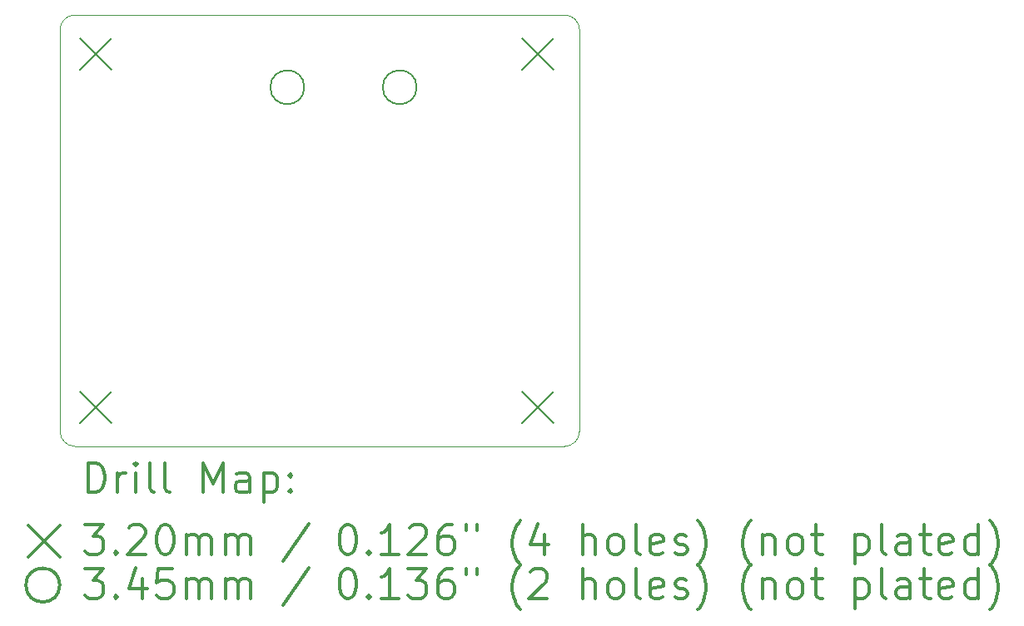
<source format=gbr>
%FSLAX45Y45*%
G04 Gerber Fmt 4.5, Leading zero omitted, Abs format (unit mm)*
G04 Created by KiCad (PCBNEW (5.1.4)-1) date 2021-10-25 09:37:41*
%MOMM*%
%LPD*%
G04 APERTURE LIST*
%ADD10C,0.050000*%
%ADD11C,0.200000*%
%ADD12C,0.300000*%
G04 APERTURE END LIST*
D10*
X8991600Y-9296400D02*
G75*
G02X8839200Y-9144000I0J152400D01*
G01*
X8839200Y-5054600D02*
G75*
G02X8991600Y-4902200I152400J0D01*
G01*
X13970000Y-4902200D02*
G75*
G02X14122400Y-5054600I0J-152400D01*
G01*
X14122400Y-9144000D02*
G75*
G02X13970000Y-9296400I-152400J0D01*
G01*
X8839200Y-9144000D02*
X8839200Y-5054600D01*
X13970000Y-9296400D02*
X8991600Y-9296400D01*
X14122400Y-5054600D02*
X14122400Y-9144000D01*
X8991600Y-4902200D02*
X13970000Y-4902200D01*
D11*
X13540000Y-5140000D02*
X13860000Y-5460000D01*
X13860000Y-5140000D02*
X13540000Y-5460000D01*
X13540000Y-8740000D02*
X13860000Y-9060000D01*
X13860000Y-8740000D02*
X13540000Y-9060000D01*
X9040000Y-8740000D02*
X9360000Y-9060000D01*
X9360000Y-8740000D02*
X9040000Y-9060000D01*
X9040000Y-5140000D02*
X9360000Y-5460000D01*
X9360000Y-5140000D02*
X9040000Y-5460000D01*
X11323100Y-5638800D02*
G75*
G03X11323100Y-5638800I-172500J0D01*
G01*
X12466100Y-5638800D02*
G75*
G03X12466100Y-5638800I-172500J0D01*
G01*
D12*
X9123128Y-9764614D02*
X9123128Y-9464614D01*
X9194557Y-9464614D01*
X9237414Y-9478900D01*
X9265986Y-9507472D01*
X9280271Y-9536043D01*
X9294557Y-9593186D01*
X9294557Y-9636043D01*
X9280271Y-9693186D01*
X9265986Y-9721757D01*
X9237414Y-9750329D01*
X9194557Y-9764614D01*
X9123128Y-9764614D01*
X9423128Y-9764614D02*
X9423128Y-9564614D01*
X9423128Y-9621757D02*
X9437414Y-9593186D01*
X9451700Y-9578900D01*
X9480271Y-9564614D01*
X9508843Y-9564614D01*
X9608843Y-9764614D02*
X9608843Y-9564614D01*
X9608843Y-9464614D02*
X9594557Y-9478900D01*
X9608843Y-9493186D01*
X9623128Y-9478900D01*
X9608843Y-9464614D01*
X9608843Y-9493186D01*
X9794557Y-9764614D02*
X9765986Y-9750329D01*
X9751700Y-9721757D01*
X9751700Y-9464614D01*
X9951700Y-9764614D02*
X9923128Y-9750329D01*
X9908843Y-9721757D01*
X9908843Y-9464614D01*
X10294557Y-9764614D02*
X10294557Y-9464614D01*
X10394557Y-9678900D01*
X10494557Y-9464614D01*
X10494557Y-9764614D01*
X10765986Y-9764614D02*
X10765986Y-9607472D01*
X10751700Y-9578900D01*
X10723128Y-9564614D01*
X10665986Y-9564614D01*
X10637414Y-9578900D01*
X10765986Y-9750329D02*
X10737414Y-9764614D01*
X10665986Y-9764614D01*
X10637414Y-9750329D01*
X10623128Y-9721757D01*
X10623128Y-9693186D01*
X10637414Y-9664614D01*
X10665986Y-9650329D01*
X10737414Y-9650329D01*
X10765986Y-9636043D01*
X10908843Y-9564614D02*
X10908843Y-9864614D01*
X10908843Y-9578900D02*
X10937414Y-9564614D01*
X10994557Y-9564614D01*
X11023128Y-9578900D01*
X11037414Y-9593186D01*
X11051700Y-9621757D01*
X11051700Y-9707472D01*
X11037414Y-9736043D01*
X11023128Y-9750329D01*
X10994557Y-9764614D01*
X10937414Y-9764614D01*
X10908843Y-9750329D01*
X11180271Y-9736043D02*
X11194557Y-9750329D01*
X11180271Y-9764614D01*
X11165986Y-9750329D01*
X11180271Y-9736043D01*
X11180271Y-9764614D01*
X11180271Y-9578900D02*
X11194557Y-9593186D01*
X11180271Y-9607472D01*
X11165986Y-9593186D01*
X11180271Y-9578900D01*
X11180271Y-9607472D01*
X8516700Y-10098900D02*
X8836700Y-10418900D01*
X8836700Y-10098900D02*
X8516700Y-10418900D01*
X9094557Y-10094614D02*
X9280271Y-10094614D01*
X9180271Y-10208900D01*
X9223128Y-10208900D01*
X9251700Y-10223186D01*
X9265986Y-10237472D01*
X9280271Y-10266043D01*
X9280271Y-10337472D01*
X9265986Y-10366043D01*
X9251700Y-10380329D01*
X9223128Y-10394614D01*
X9137414Y-10394614D01*
X9108843Y-10380329D01*
X9094557Y-10366043D01*
X9408843Y-10366043D02*
X9423128Y-10380329D01*
X9408843Y-10394614D01*
X9394557Y-10380329D01*
X9408843Y-10366043D01*
X9408843Y-10394614D01*
X9537414Y-10123186D02*
X9551700Y-10108900D01*
X9580271Y-10094614D01*
X9651700Y-10094614D01*
X9680271Y-10108900D01*
X9694557Y-10123186D01*
X9708843Y-10151757D01*
X9708843Y-10180329D01*
X9694557Y-10223186D01*
X9523128Y-10394614D01*
X9708843Y-10394614D01*
X9894557Y-10094614D02*
X9923128Y-10094614D01*
X9951700Y-10108900D01*
X9965986Y-10123186D01*
X9980271Y-10151757D01*
X9994557Y-10208900D01*
X9994557Y-10280329D01*
X9980271Y-10337472D01*
X9965986Y-10366043D01*
X9951700Y-10380329D01*
X9923128Y-10394614D01*
X9894557Y-10394614D01*
X9865986Y-10380329D01*
X9851700Y-10366043D01*
X9837414Y-10337472D01*
X9823128Y-10280329D01*
X9823128Y-10208900D01*
X9837414Y-10151757D01*
X9851700Y-10123186D01*
X9865986Y-10108900D01*
X9894557Y-10094614D01*
X10123128Y-10394614D02*
X10123128Y-10194614D01*
X10123128Y-10223186D02*
X10137414Y-10208900D01*
X10165986Y-10194614D01*
X10208843Y-10194614D01*
X10237414Y-10208900D01*
X10251700Y-10237472D01*
X10251700Y-10394614D01*
X10251700Y-10237472D02*
X10265986Y-10208900D01*
X10294557Y-10194614D01*
X10337414Y-10194614D01*
X10365986Y-10208900D01*
X10380271Y-10237472D01*
X10380271Y-10394614D01*
X10523128Y-10394614D02*
X10523128Y-10194614D01*
X10523128Y-10223186D02*
X10537414Y-10208900D01*
X10565986Y-10194614D01*
X10608843Y-10194614D01*
X10637414Y-10208900D01*
X10651700Y-10237472D01*
X10651700Y-10394614D01*
X10651700Y-10237472D02*
X10665986Y-10208900D01*
X10694557Y-10194614D01*
X10737414Y-10194614D01*
X10765986Y-10208900D01*
X10780271Y-10237472D01*
X10780271Y-10394614D01*
X11365986Y-10080329D02*
X11108843Y-10466043D01*
X11751700Y-10094614D02*
X11780271Y-10094614D01*
X11808843Y-10108900D01*
X11823128Y-10123186D01*
X11837414Y-10151757D01*
X11851700Y-10208900D01*
X11851700Y-10280329D01*
X11837414Y-10337472D01*
X11823128Y-10366043D01*
X11808843Y-10380329D01*
X11780271Y-10394614D01*
X11751700Y-10394614D01*
X11723128Y-10380329D01*
X11708843Y-10366043D01*
X11694557Y-10337472D01*
X11680271Y-10280329D01*
X11680271Y-10208900D01*
X11694557Y-10151757D01*
X11708843Y-10123186D01*
X11723128Y-10108900D01*
X11751700Y-10094614D01*
X11980271Y-10366043D02*
X11994557Y-10380329D01*
X11980271Y-10394614D01*
X11965986Y-10380329D01*
X11980271Y-10366043D01*
X11980271Y-10394614D01*
X12280271Y-10394614D02*
X12108843Y-10394614D01*
X12194557Y-10394614D02*
X12194557Y-10094614D01*
X12165986Y-10137472D01*
X12137414Y-10166043D01*
X12108843Y-10180329D01*
X12394557Y-10123186D02*
X12408843Y-10108900D01*
X12437414Y-10094614D01*
X12508843Y-10094614D01*
X12537414Y-10108900D01*
X12551700Y-10123186D01*
X12565986Y-10151757D01*
X12565986Y-10180329D01*
X12551700Y-10223186D01*
X12380271Y-10394614D01*
X12565986Y-10394614D01*
X12823128Y-10094614D02*
X12765986Y-10094614D01*
X12737414Y-10108900D01*
X12723128Y-10123186D01*
X12694557Y-10166043D01*
X12680271Y-10223186D01*
X12680271Y-10337472D01*
X12694557Y-10366043D01*
X12708843Y-10380329D01*
X12737414Y-10394614D01*
X12794557Y-10394614D01*
X12823128Y-10380329D01*
X12837414Y-10366043D01*
X12851700Y-10337472D01*
X12851700Y-10266043D01*
X12837414Y-10237472D01*
X12823128Y-10223186D01*
X12794557Y-10208900D01*
X12737414Y-10208900D01*
X12708843Y-10223186D01*
X12694557Y-10237472D01*
X12680271Y-10266043D01*
X12965986Y-10094614D02*
X12965986Y-10151757D01*
X13080271Y-10094614D02*
X13080271Y-10151757D01*
X13523128Y-10508900D02*
X13508843Y-10494614D01*
X13480271Y-10451757D01*
X13465986Y-10423186D01*
X13451700Y-10380329D01*
X13437414Y-10308900D01*
X13437414Y-10251757D01*
X13451700Y-10180329D01*
X13465986Y-10137472D01*
X13480271Y-10108900D01*
X13508843Y-10066043D01*
X13523128Y-10051757D01*
X13765986Y-10194614D02*
X13765986Y-10394614D01*
X13694557Y-10080329D02*
X13623128Y-10294614D01*
X13808843Y-10294614D01*
X14151700Y-10394614D02*
X14151700Y-10094614D01*
X14280271Y-10394614D02*
X14280271Y-10237472D01*
X14265986Y-10208900D01*
X14237414Y-10194614D01*
X14194557Y-10194614D01*
X14165986Y-10208900D01*
X14151700Y-10223186D01*
X14465986Y-10394614D02*
X14437414Y-10380329D01*
X14423128Y-10366043D01*
X14408843Y-10337472D01*
X14408843Y-10251757D01*
X14423128Y-10223186D01*
X14437414Y-10208900D01*
X14465986Y-10194614D01*
X14508843Y-10194614D01*
X14537414Y-10208900D01*
X14551700Y-10223186D01*
X14565986Y-10251757D01*
X14565986Y-10337472D01*
X14551700Y-10366043D01*
X14537414Y-10380329D01*
X14508843Y-10394614D01*
X14465986Y-10394614D01*
X14737414Y-10394614D02*
X14708843Y-10380329D01*
X14694557Y-10351757D01*
X14694557Y-10094614D01*
X14965986Y-10380329D02*
X14937414Y-10394614D01*
X14880271Y-10394614D01*
X14851700Y-10380329D01*
X14837414Y-10351757D01*
X14837414Y-10237472D01*
X14851700Y-10208900D01*
X14880271Y-10194614D01*
X14937414Y-10194614D01*
X14965986Y-10208900D01*
X14980271Y-10237472D01*
X14980271Y-10266043D01*
X14837414Y-10294614D01*
X15094557Y-10380329D02*
X15123128Y-10394614D01*
X15180271Y-10394614D01*
X15208843Y-10380329D01*
X15223128Y-10351757D01*
X15223128Y-10337472D01*
X15208843Y-10308900D01*
X15180271Y-10294614D01*
X15137414Y-10294614D01*
X15108843Y-10280329D01*
X15094557Y-10251757D01*
X15094557Y-10237472D01*
X15108843Y-10208900D01*
X15137414Y-10194614D01*
X15180271Y-10194614D01*
X15208843Y-10208900D01*
X15323128Y-10508900D02*
X15337414Y-10494614D01*
X15365986Y-10451757D01*
X15380271Y-10423186D01*
X15394557Y-10380329D01*
X15408843Y-10308900D01*
X15408843Y-10251757D01*
X15394557Y-10180329D01*
X15380271Y-10137472D01*
X15365986Y-10108900D01*
X15337414Y-10066043D01*
X15323128Y-10051757D01*
X15865986Y-10508900D02*
X15851700Y-10494614D01*
X15823128Y-10451757D01*
X15808843Y-10423186D01*
X15794557Y-10380329D01*
X15780271Y-10308900D01*
X15780271Y-10251757D01*
X15794557Y-10180329D01*
X15808843Y-10137472D01*
X15823128Y-10108900D01*
X15851700Y-10066043D01*
X15865986Y-10051757D01*
X15980271Y-10194614D02*
X15980271Y-10394614D01*
X15980271Y-10223186D02*
X15994557Y-10208900D01*
X16023128Y-10194614D01*
X16065986Y-10194614D01*
X16094557Y-10208900D01*
X16108843Y-10237472D01*
X16108843Y-10394614D01*
X16294557Y-10394614D02*
X16265986Y-10380329D01*
X16251700Y-10366043D01*
X16237414Y-10337472D01*
X16237414Y-10251757D01*
X16251700Y-10223186D01*
X16265986Y-10208900D01*
X16294557Y-10194614D01*
X16337414Y-10194614D01*
X16365986Y-10208900D01*
X16380271Y-10223186D01*
X16394557Y-10251757D01*
X16394557Y-10337472D01*
X16380271Y-10366043D01*
X16365986Y-10380329D01*
X16337414Y-10394614D01*
X16294557Y-10394614D01*
X16480271Y-10194614D02*
X16594557Y-10194614D01*
X16523128Y-10094614D02*
X16523128Y-10351757D01*
X16537414Y-10380329D01*
X16565986Y-10394614D01*
X16594557Y-10394614D01*
X16923128Y-10194614D02*
X16923128Y-10494614D01*
X16923128Y-10208900D02*
X16951700Y-10194614D01*
X17008843Y-10194614D01*
X17037414Y-10208900D01*
X17051700Y-10223186D01*
X17065986Y-10251757D01*
X17065986Y-10337472D01*
X17051700Y-10366043D01*
X17037414Y-10380329D01*
X17008843Y-10394614D01*
X16951700Y-10394614D01*
X16923128Y-10380329D01*
X17237414Y-10394614D02*
X17208843Y-10380329D01*
X17194557Y-10351757D01*
X17194557Y-10094614D01*
X17480271Y-10394614D02*
X17480271Y-10237472D01*
X17465986Y-10208900D01*
X17437414Y-10194614D01*
X17380271Y-10194614D01*
X17351700Y-10208900D01*
X17480271Y-10380329D02*
X17451700Y-10394614D01*
X17380271Y-10394614D01*
X17351700Y-10380329D01*
X17337414Y-10351757D01*
X17337414Y-10323186D01*
X17351700Y-10294614D01*
X17380271Y-10280329D01*
X17451700Y-10280329D01*
X17480271Y-10266043D01*
X17580271Y-10194614D02*
X17694557Y-10194614D01*
X17623128Y-10094614D02*
X17623128Y-10351757D01*
X17637414Y-10380329D01*
X17665986Y-10394614D01*
X17694557Y-10394614D01*
X17908843Y-10380329D02*
X17880271Y-10394614D01*
X17823128Y-10394614D01*
X17794557Y-10380329D01*
X17780271Y-10351757D01*
X17780271Y-10237472D01*
X17794557Y-10208900D01*
X17823128Y-10194614D01*
X17880271Y-10194614D01*
X17908843Y-10208900D01*
X17923128Y-10237472D01*
X17923128Y-10266043D01*
X17780271Y-10294614D01*
X18180271Y-10394614D02*
X18180271Y-10094614D01*
X18180271Y-10380329D02*
X18151700Y-10394614D01*
X18094557Y-10394614D01*
X18065986Y-10380329D01*
X18051700Y-10366043D01*
X18037414Y-10337472D01*
X18037414Y-10251757D01*
X18051700Y-10223186D01*
X18065986Y-10208900D01*
X18094557Y-10194614D01*
X18151700Y-10194614D01*
X18180271Y-10208900D01*
X18294557Y-10508900D02*
X18308843Y-10494614D01*
X18337414Y-10451757D01*
X18351700Y-10423186D01*
X18365986Y-10380329D01*
X18380271Y-10308900D01*
X18380271Y-10251757D01*
X18365986Y-10180329D01*
X18351700Y-10137472D01*
X18337414Y-10108900D01*
X18308843Y-10066043D01*
X18294557Y-10051757D01*
X8836700Y-10708900D02*
G75*
G03X8836700Y-10708900I-172500J0D01*
G01*
X9094557Y-10544614D02*
X9280271Y-10544614D01*
X9180271Y-10658900D01*
X9223128Y-10658900D01*
X9251700Y-10673186D01*
X9265986Y-10687472D01*
X9280271Y-10716043D01*
X9280271Y-10787472D01*
X9265986Y-10816043D01*
X9251700Y-10830329D01*
X9223128Y-10844614D01*
X9137414Y-10844614D01*
X9108843Y-10830329D01*
X9094557Y-10816043D01*
X9408843Y-10816043D02*
X9423128Y-10830329D01*
X9408843Y-10844614D01*
X9394557Y-10830329D01*
X9408843Y-10816043D01*
X9408843Y-10844614D01*
X9680271Y-10644614D02*
X9680271Y-10844614D01*
X9608843Y-10530329D02*
X9537414Y-10744614D01*
X9723128Y-10744614D01*
X9980271Y-10544614D02*
X9837414Y-10544614D01*
X9823128Y-10687472D01*
X9837414Y-10673186D01*
X9865986Y-10658900D01*
X9937414Y-10658900D01*
X9965986Y-10673186D01*
X9980271Y-10687472D01*
X9994557Y-10716043D01*
X9994557Y-10787472D01*
X9980271Y-10816043D01*
X9965986Y-10830329D01*
X9937414Y-10844614D01*
X9865986Y-10844614D01*
X9837414Y-10830329D01*
X9823128Y-10816043D01*
X10123128Y-10844614D02*
X10123128Y-10644614D01*
X10123128Y-10673186D02*
X10137414Y-10658900D01*
X10165986Y-10644614D01*
X10208843Y-10644614D01*
X10237414Y-10658900D01*
X10251700Y-10687472D01*
X10251700Y-10844614D01*
X10251700Y-10687472D02*
X10265986Y-10658900D01*
X10294557Y-10644614D01*
X10337414Y-10644614D01*
X10365986Y-10658900D01*
X10380271Y-10687472D01*
X10380271Y-10844614D01*
X10523128Y-10844614D02*
X10523128Y-10644614D01*
X10523128Y-10673186D02*
X10537414Y-10658900D01*
X10565986Y-10644614D01*
X10608843Y-10644614D01*
X10637414Y-10658900D01*
X10651700Y-10687472D01*
X10651700Y-10844614D01*
X10651700Y-10687472D02*
X10665986Y-10658900D01*
X10694557Y-10644614D01*
X10737414Y-10644614D01*
X10765986Y-10658900D01*
X10780271Y-10687472D01*
X10780271Y-10844614D01*
X11365986Y-10530329D02*
X11108843Y-10916043D01*
X11751700Y-10544614D02*
X11780271Y-10544614D01*
X11808843Y-10558900D01*
X11823128Y-10573186D01*
X11837414Y-10601757D01*
X11851700Y-10658900D01*
X11851700Y-10730329D01*
X11837414Y-10787472D01*
X11823128Y-10816043D01*
X11808843Y-10830329D01*
X11780271Y-10844614D01*
X11751700Y-10844614D01*
X11723128Y-10830329D01*
X11708843Y-10816043D01*
X11694557Y-10787472D01*
X11680271Y-10730329D01*
X11680271Y-10658900D01*
X11694557Y-10601757D01*
X11708843Y-10573186D01*
X11723128Y-10558900D01*
X11751700Y-10544614D01*
X11980271Y-10816043D02*
X11994557Y-10830329D01*
X11980271Y-10844614D01*
X11965986Y-10830329D01*
X11980271Y-10816043D01*
X11980271Y-10844614D01*
X12280271Y-10844614D02*
X12108843Y-10844614D01*
X12194557Y-10844614D02*
X12194557Y-10544614D01*
X12165986Y-10587472D01*
X12137414Y-10616043D01*
X12108843Y-10630329D01*
X12380271Y-10544614D02*
X12565986Y-10544614D01*
X12465986Y-10658900D01*
X12508843Y-10658900D01*
X12537414Y-10673186D01*
X12551700Y-10687472D01*
X12565986Y-10716043D01*
X12565986Y-10787472D01*
X12551700Y-10816043D01*
X12537414Y-10830329D01*
X12508843Y-10844614D01*
X12423128Y-10844614D01*
X12394557Y-10830329D01*
X12380271Y-10816043D01*
X12823128Y-10544614D02*
X12765986Y-10544614D01*
X12737414Y-10558900D01*
X12723128Y-10573186D01*
X12694557Y-10616043D01*
X12680271Y-10673186D01*
X12680271Y-10787472D01*
X12694557Y-10816043D01*
X12708843Y-10830329D01*
X12737414Y-10844614D01*
X12794557Y-10844614D01*
X12823128Y-10830329D01*
X12837414Y-10816043D01*
X12851700Y-10787472D01*
X12851700Y-10716043D01*
X12837414Y-10687472D01*
X12823128Y-10673186D01*
X12794557Y-10658900D01*
X12737414Y-10658900D01*
X12708843Y-10673186D01*
X12694557Y-10687472D01*
X12680271Y-10716043D01*
X12965986Y-10544614D02*
X12965986Y-10601757D01*
X13080271Y-10544614D02*
X13080271Y-10601757D01*
X13523128Y-10958900D02*
X13508843Y-10944614D01*
X13480271Y-10901757D01*
X13465986Y-10873186D01*
X13451700Y-10830329D01*
X13437414Y-10758900D01*
X13437414Y-10701757D01*
X13451700Y-10630329D01*
X13465986Y-10587472D01*
X13480271Y-10558900D01*
X13508843Y-10516043D01*
X13523128Y-10501757D01*
X13623128Y-10573186D02*
X13637414Y-10558900D01*
X13665986Y-10544614D01*
X13737414Y-10544614D01*
X13765986Y-10558900D01*
X13780271Y-10573186D01*
X13794557Y-10601757D01*
X13794557Y-10630329D01*
X13780271Y-10673186D01*
X13608843Y-10844614D01*
X13794557Y-10844614D01*
X14151700Y-10844614D02*
X14151700Y-10544614D01*
X14280271Y-10844614D02*
X14280271Y-10687472D01*
X14265986Y-10658900D01*
X14237414Y-10644614D01*
X14194557Y-10644614D01*
X14165986Y-10658900D01*
X14151700Y-10673186D01*
X14465986Y-10844614D02*
X14437414Y-10830329D01*
X14423128Y-10816043D01*
X14408843Y-10787472D01*
X14408843Y-10701757D01*
X14423128Y-10673186D01*
X14437414Y-10658900D01*
X14465986Y-10644614D01*
X14508843Y-10644614D01*
X14537414Y-10658900D01*
X14551700Y-10673186D01*
X14565986Y-10701757D01*
X14565986Y-10787472D01*
X14551700Y-10816043D01*
X14537414Y-10830329D01*
X14508843Y-10844614D01*
X14465986Y-10844614D01*
X14737414Y-10844614D02*
X14708843Y-10830329D01*
X14694557Y-10801757D01*
X14694557Y-10544614D01*
X14965986Y-10830329D02*
X14937414Y-10844614D01*
X14880271Y-10844614D01*
X14851700Y-10830329D01*
X14837414Y-10801757D01*
X14837414Y-10687472D01*
X14851700Y-10658900D01*
X14880271Y-10644614D01*
X14937414Y-10644614D01*
X14965986Y-10658900D01*
X14980271Y-10687472D01*
X14980271Y-10716043D01*
X14837414Y-10744614D01*
X15094557Y-10830329D02*
X15123128Y-10844614D01*
X15180271Y-10844614D01*
X15208843Y-10830329D01*
X15223128Y-10801757D01*
X15223128Y-10787472D01*
X15208843Y-10758900D01*
X15180271Y-10744614D01*
X15137414Y-10744614D01*
X15108843Y-10730329D01*
X15094557Y-10701757D01*
X15094557Y-10687472D01*
X15108843Y-10658900D01*
X15137414Y-10644614D01*
X15180271Y-10644614D01*
X15208843Y-10658900D01*
X15323128Y-10958900D02*
X15337414Y-10944614D01*
X15365986Y-10901757D01*
X15380271Y-10873186D01*
X15394557Y-10830329D01*
X15408843Y-10758900D01*
X15408843Y-10701757D01*
X15394557Y-10630329D01*
X15380271Y-10587472D01*
X15365986Y-10558900D01*
X15337414Y-10516043D01*
X15323128Y-10501757D01*
X15865986Y-10958900D02*
X15851700Y-10944614D01*
X15823128Y-10901757D01*
X15808843Y-10873186D01*
X15794557Y-10830329D01*
X15780271Y-10758900D01*
X15780271Y-10701757D01*
X15794557Y-10630329D01*
X15808843Y-10587472D01*
X15823128Y-10558900D01*
X15851700Y-10516043D01*
X15865986Y-10501757D01*
X15980271Y-10644614D02*
X15980271Y-10844614D01*
X15980271Y-10673186D02*
X15994557Y-10658900D01*
X16023128Y-10644614D01*
X16065986Y-10644614D01*
X16094557Y-10658900D01*
X16108843Y-10687472D01*
X16108843Y-10844614D01*
X16294557Y-10844614D02*
X16265986Y-10830329D01*
X16251700Y-10816043D01*
X16237414Y-10787472D01*
X16237414Y-10701757D01*
X16251700Y-10673186D01*
X16265986Y-10658900D01*
X16294557Y-10644614D01*
X16337414Y-10644614D01*
X16365986Y-10658900D01*
X16380271Y-10673186D01*
X16394557Y-10701757D01*
X16394557Y-10787472D01*
X16380271Y-10816043D01*
X16365986Y-10830329D01*
X16337414Y-10844614D01*
X16294557Y-10844614D01*
X16480271Y-10644614D02*
X16594557Y-10644614D01*
X16523128Y-10544614D02*
X16523128Y-10801757D01*
X16537414Y-10830329D01*
X16565986Y-10844614D01*
X16594557Y-10844614D01*
X16923128Y-10644614D02*
X16923128Y-10944614D01*
X16923128Y-10658900D02*
X16951700Y-10644614D01*
X17008843Y-10644614D01*
X17037414Y-10658900D01*
X17051700Y-10673186D01*
X17065986Y-10701757D01*
X17065986Y-10787472D01*
X17051700Y-10816043D01*
X17037414Y-10830329D01*
X17008843Y-10844614D01*
X16951700Y-10844614D01*
X16923128Y-10830329D01*
X17237414Y-10844614D02*
X17208843Y-10830329D01*
X17194557Y-10801757D01*
X17194557Y-10544614D01*
X17480271Y-10844614D02*
X17480271Y-10687472D01*
X17465986Y-10658900D01*
X17437414Y-10644614D01*
X17380271Y-10644614D01*
X17351700Y-10658900D01*
X17480271Y-10830329D02*
X17451700Y-10844614D01*
X17380271Y-10844614D01*
X17351700Y-10830329D01*
X17337414Y-10801757D01*
X17337414Y-10773186D01*
X17351700Y-10744614D01*
X17380271Y-10730329D01*
X17451700Y-10730329D01*
X17480271Y-10716043D01*
X17580271Y-10644614D02*
X17694557Y-10644614D01*
X17623128Y-10544614D02*
X17623128Y-10801757D01*
X17637414Y-10830329D01*
X17665986Y-10844614D01*
X17694557Y-10844614D01*
X17908843Y-10830329D02*
X17880271Y-10844614D01*
X17823128Y-10844614D01*
X17794557Y-10830329D01*
X17780271Y-10801757D01*
X17780271Y-10687472D01*
X17794557Y-10658900D01*
X17823128Y-10644614D01*
X17880271Y-10644614D01*
X17908843Y-10658900D01*
X17923128Y-10687472D01*
X17923128Y-10716043D01*
X17780271Y-10744614D01*
X18180271Y-10844614D02*
X18180271Y-10544614D01*
X18180271Y-10830329D02*
X18151700Y-10844614D01*
X18094557Y-10844614D01*
X18065986Y-10830329D01*
X18051700Y-10816043D01*
X18037414Y-10787472D01*
X18037414Y-10701757D01*
X18051700Y-10673186D01*
X18065986Y-10658900D01*
X18094557Y-10644614D01*
X18151700Y-10644614D01*
X18180271Y-10658900D01*
X18294557Y-10958900D02*
X18308843Y-10944614D01*
X18337414Y-10901757D01*
X18351700Y-10873186D01*
X18365986Y-10830329D01*
X18380271Y-10758900D01*
X18380271Y-10701757D01*
X18365986Y-10630329D01*
X18351700Y-10587472D01*
X18337414Y-10558900D01*
X18308843Y-10516043D01*
X18294557Y-10501757D01*
M02*

</source>
